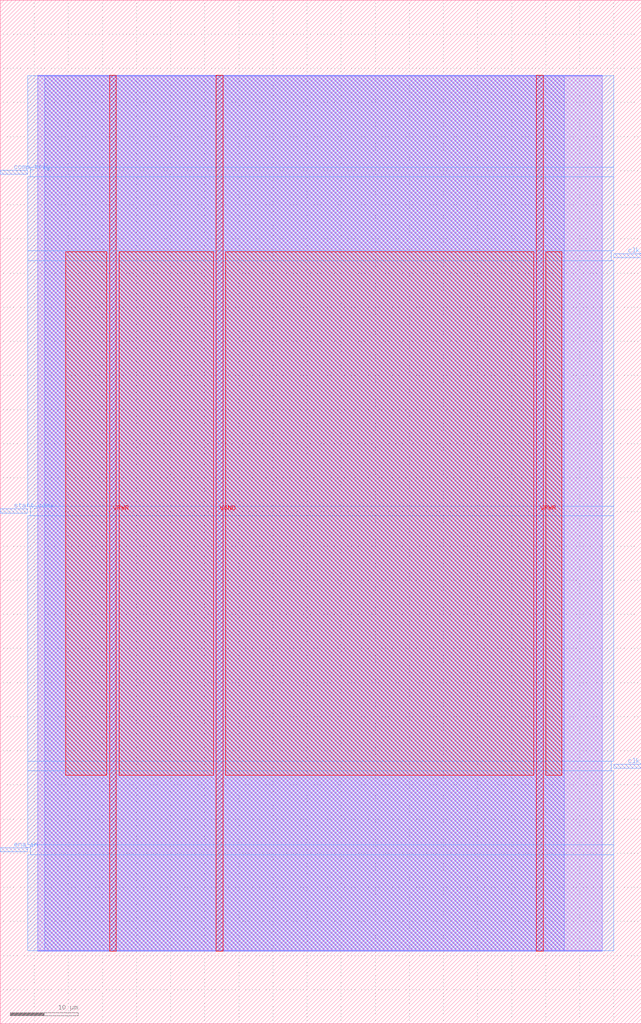
<source format=lef>
VERSION 5.7 ;
  NOWIREEXTENSIONATPIN ON ;
  DIVIDERCHAR "/" ;
  BUSBITCHARS "[]" ;
MACRO adc_clkgen_with_edgedetect
  CLASS BLOCK ;
  FOREIGN adc_clkgen_with_edgedetect ;
  ORIGIN 0.000 0.000 ;
  SIZE 94.000 BY 150.000 ;
  PIN VGND
    DIRECTION INOUT ;
    USE GROUND ;
    PORT
      LAYER met4 ;
        RECT 31.670 10.640 32.670 138.960 ;
    END
  END VGND
  PIN VPWR
    DIRECTION INOUT ;
    USE POWER ;
    PORT
      LAYER met4 ;
        RECT 16.020 10.640 17.020 138.960 ;
    END
    PORT
      LAYER met4 ;
        RECT 78.620 10.640 79.620 138.960 ;
    END
  END VPWR
  PIN clk_comp
    DIRECTION OUTPUT TRISTATE ;
    USE SIGNAL ;
    PORT
      LAYER met3 ;
        RECT 90.000 112.240 94.000 112.840 ;
    END
  END clk_comp
  PIN clk_dig
    DIRECTION OUTPUT TRISTATE ;
    USE SIGNAL ;
    PORT
      LAYER met3 ;
        RECT 90.000 37.440 94.000 38.040 ;
    END
  END clk_dig
  PIN comp_trig
    DIRECTION INPUT ;
    USE SIGNAL ;
    PORT
      LAYER met3 ;
        RECT 0.000 124.480 4.000 125.080 ;
    END
  END comp_trig
  PIN ena_in
    DIRECTION INPUT ;
    USE SIGNAL ;
    PORT
      LAYER met3 ;
        RECT 0.000 25.200 4.000 25.800 ;
    END
  END ena_in
  PIN start_conv
    DIRECTION INPUT ;
    USE SIGNAL ;
    PORT
      LAYER met3 ;
        RECT 0.000 74.840 4.000 75.440 ;
    END
  END start_conv
  OBS
      LAYER li1 ;
        RECT 5.520 10.795 88.320 138.805 ;
      LAYER met1 ;
        RECT 5.520 10.640 88.320 138.960 ;
      LAYER met2 ;
        RECT 6.540 10.695 82.700 138.905 ;
      LAYER met3 ;
        RECT 4.000 125.480 90.000 138.885 ;
        RECT 4.400 124.080 90.000 125.480 ;
        RECT 4.000 113.240 90.000 124.080 ;
        RECT 4.000 111.840 89.600 113.240 ;
        RECT 4.000 75.840 90.000 111.840 ;
        RECT 4.400 74.440 90.000 75.840 ;
        RECT 4.000 38.440 90.000 74.440 ;
        RECT 4.000 37.040 89.600 38.440 ;
        RECT 4.000 26.200 90.000 37.040 ;
        RECT 4.400 24.800 90.000 26.200 ;
        RECT 4.000 10.715 90.000 24.800 ;
      LAYER met4 ;
        RECT 9.630 36.430 15.620 113.110 ;
        RECT 17.420 36.430 31.270 113.110 ;
        RECT 33.070 36.430 78.220 113.110 ;
        RECT 80.020 36.430 82.370 113.110 ;
  END
END adc_clkgen_with_edgedetect
END LIBRARY


</source>
